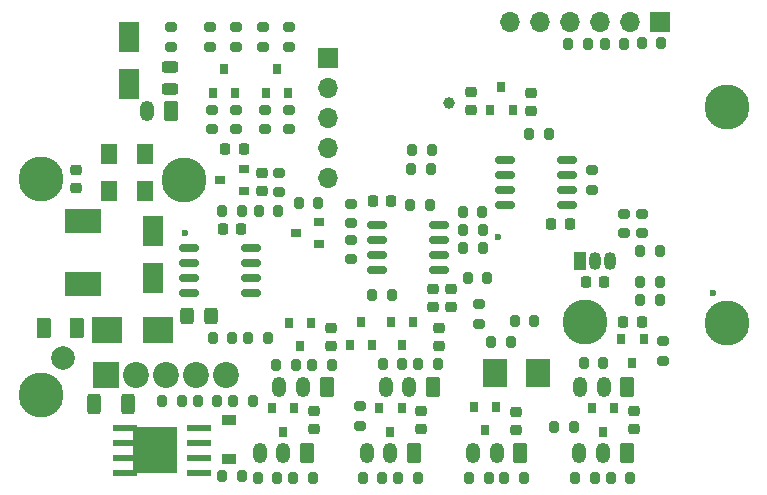
<source format=gbr>
%TF.GenerationSoftware,KiCad,Pcbnew,(6.0.7)*%
%TF.CreationDate,2022-10-06T21:18:37+03:00*%
%TF.ProjectId,RadioSens,52616469-6f53-4656-9e73-2e6b69636164,rev?*%
%TF.SameCoordinates,Original*%
%TF.FileFunction,Soldermask,Bot*%
%TF.FilePolarity,Negative*%
%FSLAX46Y46*%
G04 Gerber Fmt 4.6, Leading zero omitted, Abs format (unit mm)*
G04 Created by KiCad (PCBNEW (6.0.7)) date 2022-10-06 21:18:37*
%MOMM*%
%LPD*%
G01*
G04 APERTURE LIST*
G04 Aperture macros list*
%AMRoundRect*
0 Rectangle with rounded corners*
0 $1 Rounding radius*
0 $2 $3 $4 $5 $6 $7 $8 $9 X,Y pos of 4 corners*
0 Add a 4 corners polygon primitive as box body*
4,1,4,$2,$3,$4,$5,$6,$7,$8,$9,$2,$3,0*
0 Add four circle primitives for the rounded corners*
1,1,$1+$1,$2,$3*
1,1,$1+$1,$4,$5*
1,1,$1+$1,$6,$7*
1,1,$1+$1,$8,$9*
0 Add four rect primitives between the rounded corners*
20,1,$1+$1,$2,$3,$4,$5,0*
20,1,$1+$1,$4,$5,$6,$7,0*
20,1,$1+$1,$6,$7,$8,$9,0*
20,1,$1+$1,$8,$9,$2,$3,0*%
G04 Aperture macros list end*
%ADD10RoundRect,0.250000X0.350000X0.625000X-0.350000X0.625000X-0.350000X-0.625000X0.350000X-0.625000X0*%
%ADD11O,1.200000X1.750000*%
%ADD12C,2.000000*%
%ADD13R,1.050000X1.500000*%
%ADD14O,1.050000X1.500000*%
%ADD15C,3.800000*%
%ADD16R,1.700000X1.700000*%
%ADD17O,1.700000X1.700000*%
%ADD18R,2.200000X2.200000*%
%ADD19C,2.200000*%
%ADD20RoundRect,0.200000X0.200000X0.275000X-0.200000X0.275000X-0.200000X-0.275000X0.200000X-0.275000X0*%
%ADD21RoundRect,0.225000X0.250000X-0.225000X0.250000X0.225000X-0.250000X0.225000X-0.250000X-0.225000X0*%
%ADD22RoundRect,0.243750X-0.456250X0.243750X-0.456250X-0.243750X0.456250X-0.243750X0.456250X0.243750X0*%
%ADD23R,0.800000X0.900000*%
%ADD24RoundRect,0.200000X0.275000X-0.200000X0.275000X0.200000X-0.275000X0.200000X-0.275000X-0.200000X0*%
%ADD25RoundRect,0.250000X0.375000X0.625000X-0.375000X0.625000X-0.375000X-0.625000X0.375000X-0.625000X0*%
%ADD26RoundRect,0.225000X0.225000X0.250000X-0.225000X0.250000X-0.225000X-0.250000X0.225000X-0.250000X0*%
%ADD27R,0.900000X0.800000*%
%ADD28RoundRect,0.250000X0.325000X0.450000X-0.325000X0.450000X-0.325000X-0.450000X0.325000X-0.450000X0*%
%ADD29R,3.100000X2.000000*%
%ADD30RoundRect,0.200000X-0.275000X0.200000X-0.275000X-0.200000X0.275000X-0.200000X0.275000X0.200000X0*%
%ADD31R,1.800000X2.500000*%
%ADD32RoundRect,0.200000X-0.200000X-0.275000X0.200000X-0.275000X0.200000X0.275000X-0.200000X0.275000X0*%
%ADD33RoundRect,0.250000X-0.312500X-0.625000X0.312500X-0.625000X0.312500X0.625000X-0.312500X0.625000X0*%
%ADD34R,2.500000X2.300000*%
%ADD35RoundRect,0.225000X-0.225000X-0.250000X0.225000X-0.250000X0.225000X0.250000X-0.225000X0.250000X0*%
%ADD36RoundRect,0.250001X-0.462499X-0.624999X0.462499X-0.624999X0.462499X0.624999X-0.462499X0.624999X0*%
%ADD37RoundRect,0.225000X-0.250000X0.225000X-0.250000X-0.225000X0.250000X-0.225000X0.250000X0.225000X0*%
%ADD38R,2.000000X0.610000*%
%ADD39R,3.810000X3.910000*%
%ADD40R,2.000000X2.400000*%
%ADD41C,1.000000*%
%ADD42C,0.600000*%
%ADD43RoundRect,0.150000X-0.675000X-0.150000X0.675000X-0.150000X0.675000X0.150000X-0.675000X0.150000X0*%
%ADD44R,1.200000X0.900000*%
%ADD45RoundRect,0.150000X0.675000X0.150000X-0.675000X0.150000X-0.675000X-0.150000X0.675000X-0.150000X0*%
G04 APERTURE END LIST*
D10*
%TO.C,XT7*%
X95219815Y-111548180D03*
D11*
X93219815Y-111548180D03*
X91219815Y-111548180D03*
%TD*%
D12*
%TO.C,XP9*%
X72900000Y-109100000D03*
%TD*%
D13*
%TO.C,DD3*%
X116649815Y-100908180D03*
D14*
X117919815Y-100908180D03*
X119189815Y-100908180D03*
%TD*%
D15*
%TO.C,J3*%
X71019815Y-93948180D03*
%TD*%
D10*
%TO.C,XT5*%
X120669815Y-111548180D03*
D11*
X118669815Y-111548180D03*
X116669815Y-111548180D03*
%TD*%
D10*
%TO.C,XT6*%
X102619815Y-117148180D03*
D11*
X100619815Y-117148180D03*
X98619815Y-117148180D03*
%TD*%
D10*
%TO.C,XT3*%
X104219815Y-111548180D03*
D11*
X102219815Y-111548180D03*
X100219815Y-111548180D03*
%TD*%
D16*
%TO.C,DA1*%
X95314815Y-83758180D03*
D17*
X95314815Y-86298180D03*
X95314815Y-88838180D03*
X95314815Y-91378180D03*
X95314815Y-93918180D03*
%TD*%
D15*
%TO.C,J4*%
X71019815Y-112248180D03*
%TD*%
D10*
%TO.C,XT10*%
X111619815Y-117148180D03*
D11*
X109619815Y-117148180D03*
X107619815Y-117148180D03*
%TD*%
D15*
%TO.C,J2*%
X117119815Y-106048180D03*
%TD*%
%TO.C,J1*%
X83160251Y-94045062D03*
%TD*%
D10*
%TO.C,XT2*%
X93569815Y-117148180D03*
D11*
X91569815Y-117148180D03*
X89569815Y-117148180D03*
%TD*%
D10*
%TO.C,XT8*%
X120619815Y-117148180D03*
D11*
X118619815Y-117148180D03*
X116619815Y-117148180D03*
%TD*%
D18*
%TO.C,XT1*%
X76539815Y-110548180D03*
D19*
X79079815Y-110548180D03*
X81619815Y-110548180D03*
X84159815Y-110548180D03*
X86699815Y-110548180D03*
%TD*%
D15*
%TO.C,J5*%
X129119815Y-87848180D03*
%TD*%
%TO.C,J6*%
X129119815Y-106148180D03*
%TD*%
D10*
%TO.C,XT4*%
X82019815Y-88248180D03*
D11*
X80019815Y-88248180D03*
%TD*%
D20*
%TO.C,R34*%
X118644815Y-109548180D03*
X116994815Y-109548180D03*
%TD*%
D21*
%TO.C,C8*%
X104719815Y-108123180D03*
X104719815Y-106573180D03*
%TD*%
%TO.C,C2*%
X94119815Y-115123180D03*
X94119815Y-113573180D03*
%TD*%
D22*
%TO.C,FU1*%
X81969815Y-84510680D03*
X81969815Y-86385680D03*
%TD*%
D20*
%TO.C,R6*%
X108844815Y-102348180D03*
X107194815Y-102348180D03*
%TD*%
D23*
%TO.C,VD9*%
X92019815Y-106148180D03*
X93919815Y-106148180D03*
X92969815Y-108148180D03*
%TD*%
D24*
%TO.C,R37*%
X92019815Y-89773180D03*
X92019815Y-88123180D03*
%TD*%
D25*
%TO.C,FU2*%
X74119815Y-106548180D03*
X71319815Y-106548180D03*
%TD*%
D23*
%TO.C,DA2*%
X110969815Y-88148180D03*
X109069815Y-88148180D03*
X110019815Y-86148180D03*
%TD*%
D26*
%TO.C,C10*%
X121894815Y-106048180D03*
X120344815Y-106048180D03*
%TD*%
D21*
%TO.C,C18*%
X107419815Y-88148180D03*
X107419815Y-86598180D03*
%TD*%
D27*
%TO.C,VD1*%
X94619815Y-97598180D03*
X94619815Y-99498180D03*
X92619815Y-98548180D03*
%TD*%
D28*
%TO.C,C28*%
X85444815Y-105548180D03*
X83394815Y-105548180D03*
%TD*%
D29*
%TO.C,L2*%
X74594815Y-102823180D03*
X74594815Y-97523180D03*
%TD*%
D30*
%TO.C,R1*%
X91219815Y-93423180D03*
X91219815Y-95073180D03*
%TD*%
D31*
%TO.C,VD5*%
X78469815Y-81948180D03*
X78469815Y-85948180D03*
%TD*%
D23*
%TO.C,VD10*%
X117669815Y-113348180D03*
X119569815Y-113348180D03*
X118619815Y-115348180D03*
%TD*%
D21*
%TO.C,C25*%
X105719815Y-104823180D03*
X105719815Y-103273180D03*
%TD*%
D20*
%TO.C,R4*%
X108422246Y-96721407D03*
X106772246Y-96721407D03*
%TD*%
%TO.C,R50*%
X104144815Y-91548180D03*
X102494815Y-91548180D03*
%TD*%
%TO.C,R60*%
X123444815Y-100048180D03*
X121794815Y-100048180D03*
%TD*%
D21*
%TO.C,C42*%
X89719815Y-95023180D03*
X89719815Y-93473180D03*
%TD*%
D20*
%TO.C,R24*%
X104644815Y-109648180D03*
X102994815Y-109648180D03*
%TD*%
D32*
%TO.C,R57*%
X86394815Y-96648180D03*
X88044815Y-96648180D03*
%TD*%
D33*
%TO.C,R63*%
X75507315Y-113048180D03*
X78432315Y-113048180D03*
%TD*%
D34*
%TO.C,VD12*%
X76619815Y-106748180D03*
X80919815Y-106748180D03*
%TD*%
D24*
%TO.C,R61*%
X117669815Y-94873180D03*
X117669815Y-93223180D03*
%TD*%
D20*
%TO.C,R59*%
X123444815Y-102648180D03*
X121794815Y-102648180D03*
%TD*%
%TO.C,R8*%
X103944815Y-96148180D03*
X102294815Y-96148180D03*
%TD*%
D35*
%TO.C,C1*%
X99144815Y-95848180D03*
X100694815Y-95848180D03*
%TD*%
D36*
%TO.C,C32*%
X76832315Y-94948180D03*
X79807315Y-94948180D03*
%TD*%
D23*
%TO.C,VD6*%
X120169815Y-107548180D03*
X122069815Y-107548180D03*
X121119815Y-109548180D03*
%TD*%
D20*
%TO.C,R41*%
X95644815Y-109698180D03*
X93994815Y-109698180D03*
%TD*%
D32*
%TO.C,R68*%
X84294815Y-112748180D03*
X85944815Y-112748180D03*
%TD*%
D20*
%TO.C,R39*%
X99944815Y-119248180D03*
X98294815Y-119248180D03*
%TD*%
%TO.C,R5*%
X108444815Y-98271407D03*
X106794815Y-98271407D03*
%TD*%
D21*
%TO.C,C30*%
X74019815Y-94723180D03*
X74019815Y-93173180D03*
%TD*%
D32*
%TO.C,R58*%
X89494815Y-96648180D03*
X91144815Y-96648180D03*
%TD*%
D20*
%TO.C,R2*%
X114044815Y-90148180D03*
X112394815Y-90148180D03*
%TD*%
%TO.C,R69*%
X111919815Y-119248180D03*
X110269815Y-119248180D03*
%TD*%
D24*
%TO.C,R54*%
X108119815Y-106223180D03*
X108119815Y-104573180D03*
%TD*%
D26*
%TO.C,C40*%
X115794815Y-97748180D03*
X114244815Y-97748180D03*
%TD*%
%TO.C,C7*%
X118694815Y-102648180D03*
X117144815Y-102648180D03*
%TD*%
D24*
%TO.C,R33*%
X123719815Y-109373180D03*
X123719815Y-107723180D03*
%TD*%
D20*
%TO.C,R14*%
X91044815Y-119248180D03*
X89394815Y-119248180D03*
%TD*%
D32*
%TO.C,R62*%
X86394815Y-119148180D03*
X88044815Y-119148180D03*
%TD*%
D23*
%TO.C,VD7*%
X91969815Y-86648180D03*
X90069815Y-86648180D03*
X91019815Y-84648180D03*
%TD*%
%TO.C,VD4*%
X100669815Y-106048180D03*
X102569815Y-106048180D03*
X101619815Y-108048180D03*
%TD*%
D20*
%TO.C,R38*%
X102944815Y-119248180D03*
X101294815Y-119248180D03*
%TD*%
%TO.C,R52*%
X120444815Y-82498180D03*
X118794815Y-82498180D03*
%TD*%
%TO.C,R70*%
X108944815Y-119248180D03*
X107294815Y-119248180D03*
%TD*%
D32*
%TO.C,R46*%
X114494815Y-114948180D03*
X116144815Y-114948180D03*
%TD*%
D24*
%TO.C,R48*%
X89819815Y-82773180D03*
X89819815Y-81123180D03*
%TD*%
D35*
%TO.C,C29*%
X86444815Y-98198180D03*
X87994815Y-98198180D03*
%TD*%
D24*
%TO.C,R12*%
X85319815Y-82773180D03*
X85319815Y-81123180D03*
%TD*%
D21*
%TO.C,C12*%
X95569815Y-108123180D03*
X95569815Y-106573180D03*
%TD*%
D30*
%TO.C,R40*%
X98019815Y-113223180D03*
X98019815Y-114873180D03*
%TD*%
D20*
%TO.C,R44*%
X120944815Y-119248180D03*
X119294815Y-119248180D03*
%TD*%
D23*
%TO.C,VD2*%
X90569815Y-113348180D03*
X92469815Y-113348180D03*
X91519815Y-115348180D03*
%TD*%
D35*
%TO.C,C41*%
X86644815Y-91448180D03*
X88194815Y-91448180D03*
%TD*%
D20*
%TO.C,R65*%
X100744815Y-103748180D03*
X99094815Y-103748180D03*
%TD*%
D16*
%TO.C,XT9*%
X123419815Y-80675000D03*
D17*
X120879815Y-80675000D03*
X118339815Y-80675000D03*
X115799815Y-80675000D03*
X113259815Y-80675000D03*
X110719815Y-80675000D03*
%TD*%
D32*
%TO.C,R3*%
X121794815Y-104198180D03*
X123444815Y-104198180D03*
%TD*%
D20*
%TO.C,R66*%
X88969815Y-112748180D03*
X87319815Y-112748180D03*
%TD*%
D32*
%TO.C,R67*%
X81294815Y-112748180D03*
X82944815Y-112748180D03*
%TD*%
D37*
%TO.C,C43*%
X104219815Y-103273180D03*
X104219815Y-104823180D03*
%TD*%
D38*
%TO.C,VT1*%
X84454815Y-115043180D03*
X84454815Y-116313180D03*
X84454815Y-117583180D03*
X84454815Y-118853180D03*
X78134815Y-118853180D03*
D39*
X80729815Y-116948180D03*
D38*
X78134815Y-117583180D03*
X78134815Y-116313180D03*
X78134815Y-115043180D03*
%TD*%
D32*
%TO.C,R51*%
X115694815Y-82548180D03*
X117344815Y-82548180D03*
%TD*%
D40*
%TO.C,BQ3*%
X113150000Y-110400000D03*
X109450000Y-110400000D03*
%TD*%
D41*
%TO.C,XB3*%
X105619815Y-87548180D03*
%TD*%
D20*
%TO.C,R45*%
X117944815Y-119248180D03*
X116294815Y-119248180D03*
%TD*%
D32*
%TO.C,R9*%
X92844815Y-95998180D03*
X94494815Y-95998180D03*
%TD*%
D36*
%TO.C,C31*%
X76832315Y-91848180D03*
X79807315Y-91848180D03*
%TD*%
D42*
%TO.C,XB6*%
X83269815Y-98498180D03*
%TD*%
D20*
%TO.C,R13*%
X94044815Y-119248180D03*
X92394815Y-119248180D03*
%TD*%
D24*
%TO.C,R27*%
X82019815Y-82773180D03*
X82019815Y-81123180D03*
%TD*%
%TO.C,R21*%
X92024888Y-82773180D03*
X92024888Y-81123180D03*
%TD*%
D42*
%TO.C,XB1*%
X109719815Y-98848180D03*
%TD*%
D43*
%TO.C,DA3*%
X83594815Y-103653180D03*
X83594815Y-102383180D03*
X83594815Y-101113180D03*
X83594815Y-99843180D03*
X88844815Y-99843180D03*
X88844815Y-101113180D03*
X88844815Y-102383180D03*
X88844815Y-103653180D03*
%TD*%
D32*
%TO.C,R53*%
X121894815Y-82448180D03*
X123544815Y-82448180D03*
%TD*%
D24*
%TO.C,R47*%
X87554839Y-82773180D03*
X87554839Y-81123180D03*
%TD*%
D20*
%TO.C,R42*%
X92594815Y-109698180D03*
X90944815Y-109698180D03*
%TD*%
D23*
%TO.C,VD8*%
X99669815Y-113348180D03*
X101569815Y-113348180D03*
X100619815Y-115348180D03*
%TD*%
%TO.C,VD3*%
X87469815Y-86648180D03*
X85569815Y-86648180D03*
X86519815Y-84648180D03*
%TD*%
D20*
%TO.C,R26*%
X110794815Y-107748180D03*
X109144815Y-107748180D03*
%TD*%
D21*
%TO.C,C13*%
X121219815Y-115123180D03*
X121219815Y-113573180D03*
%TD*%
D23*
%TO.C,VD15*%
X107669815Y-113248180D03*
X109569815Y-113248180D03*
X108619815Y-115248180D03*
%TD*%
D27*
%TO.C,DA5*%
X88219815Y-93098180D03*
X88219815Y-94998180D03*
X86219815Y-94048180D03*
%TD*%
D44*
%TO.C,VD13*%
X86919815Y-117698180D03*
X86919815Y-114398180D03*
%TD*%
D20*
%TO.C,R7*%
X108444815Y-99848180D03*
X106794815Y-99848180D03*
%TD*%
D32*
%TO.C,R35*%
X111144815Y-105948180D03*
X112794815Y-105948180D03*
%TD*%
D20*
%TO.C,R49*%
X104044815Y-93098180D03*
X102394815Y-93098180D03*
%TD*%
D30*
%TO.C,R19*%
X120419815Y-96923180D03*
X120419815Y-98573180D03*
%TD*%
%TO.C,R11*%
X97319815Y-96051407D03*
X97319815Y-97701407D03*
%TD*%
D23*
%TO.C,VD14*%
X99069815Y-108048180D03*
X97169815Y-108048180D03*
X98119815Y-106048180D03*
%TD*%
D30*
%TO.C,R36*%
X90019815Y-88123180D03*
X90019815Y-89773180D03*
%TD*%
D45*
%TO.C,DD2*%
X104744815Y-97843180D03*
X104744815Y-99113180D03*
X104744815Y-100383180D03*
X104744815Y-101653180D03*
X99494815Y-101653180D03*
X99494815Y-100383180D03*
X99494815Y-99113180D03*
X99494815Y-97843180D03*
%TD*%
D32*
%TO.C,R55*%
X85594815Y-107448180D03*
X87244815Y-107448180D03*
%TD*%
D20*
%TO.C,R25*%
X101644815Y-109648180D03*
X99994815Y-109648180D03*
%TD*%
D32*
%TO.C,R56*%
X88594815Y-107448180D03*
X90244815Y-107448180D03*
%TD*%
D42*
%TO.C,XB10*%
X127969815Y-103648180D03*
%TD*%
D21*
%TO.C,C11*%
X103219815Y-115123180D03*
X103219815Y-113573180D03*
%TD*%
D37*
%TO.C,C16*%
X112519815Y-86673180D03*
X112519815Y-88223180D03*
%TD*%
D30*
%TO.C,R10*%
X97297246Y-99101407D03*
X97297246Y-100751407D03*
%TD*%
D31*
%TO.C,VD11*%
X80519815Y-102332700D03*
X80519815Y-98332700D03*
%TD*%
D24*
%TO.C,R23*%
X87519815Y-89773180D03*
X87519815Y-88123180D03*
%TD*%
%TO.C,R20*%
X121919815Y-98573180D03*
X121919815Y-96923180D03*
%TD*%
D43*
%TO.C,DD5*%
X110294815Y-96153180D03*
X110294815Y-94883180D03*
X110294815Y-93613180D03*
X110294815Y-92343180D03*
X115544815Y-92343180D03*
X115544815Y-93613180D03*
X115544815Y-94883180D03*
X115544815Y-96153180D03*
%TD*%
D30*
%TO.C,R22*%
X85519815Y-88123180D03*
X85519815Y-89773180D03*
%TD*%
D37*
%TO.C,C44*%
X111219815Y-113673180D03*
X111219815Y-115223180D03*
%TD*%
M02*

</source>
